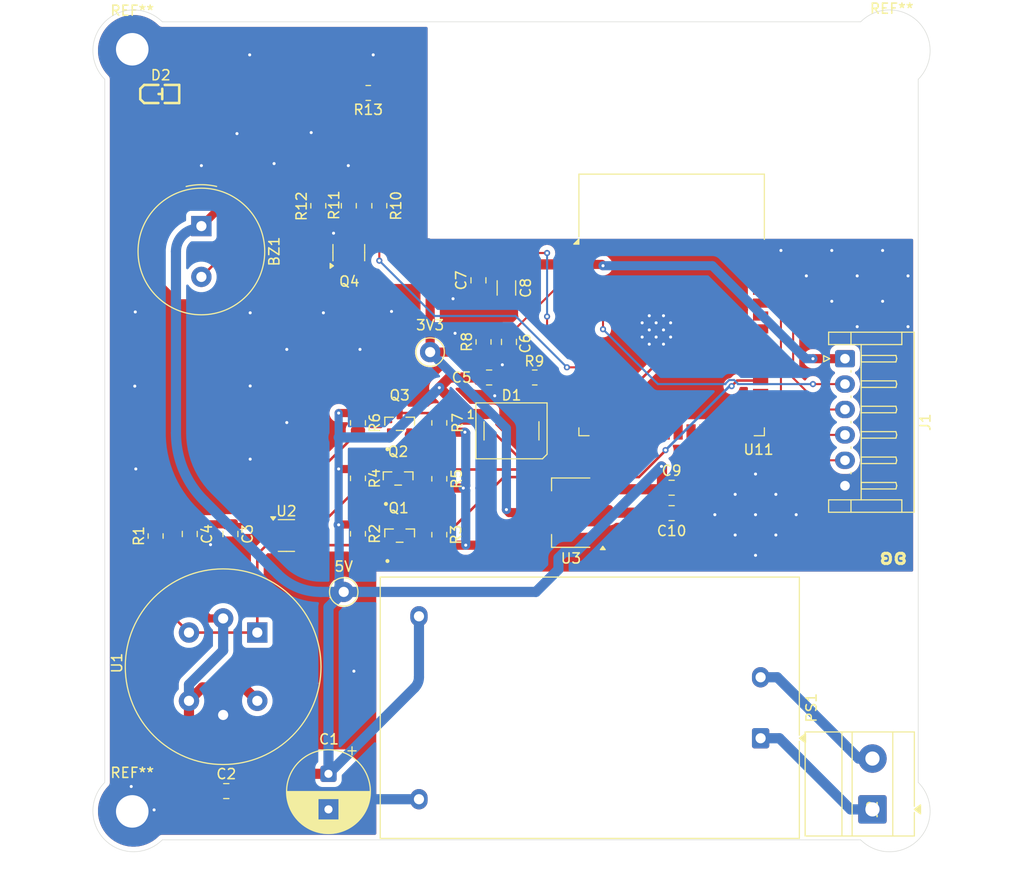
<source format=kicad_pcb>
(kicad_pcb (version 20241229) (generator "pcbnew") (generator_version "9.0")
  (layers (0 "F.Cu" signal) (2 "B.Cu" signal) (13 "F.Paste" user) (15 "B.Paste" user) (5 "F.SilkS" user "F.Silkscreen") (7 "B.SilkS" user "B.Silkscreen") (1 "F.Mask" user) (3 "B.Mask" user) (25 "Edge.Cuts" user))
  (net 0 "")
  (net 1 "+5V")
  (net 2 "GND")
  (net 3 "+3.3V")
  (net 4 "/CS_5")
  (net 5 "/SDATA_5")
  (net 6 "/CLK_5")
  (net 7 "Net-(BZ2--)")
  (net 8 "/ESP_RXD0")
  (net 9 "/ESP_IO0")
  (net 10 "/CLK_3")
  (net 11 "/ESP_TXD0")
  (net 12 "/ESP_EN")
  (net 13 "/CS_3")
  (net 14 "/SDATA_3")
  (net 15 "Net-(Q2-G)")
  (net 16 "/BUZZ_OUT")
  (net 17 "/Sensor_A_O")
  (net 18 "/L")
  (net 19 "/N")
  (net 20 "/STATUS_LED")
  (net 21 "/IO_16_on")
  (net 22 "Net-(D3_Red1-A)")
  (net 25 "Net-(D1-DIN)")
  (footprint "TestPoint:TestPoint_Keystone_5000-5004_Miniature" (layer "F.Cu") (at 134.5 108.6)
    (property "Reference" "5V")
    (property "Value" "5v")
  )
  (footprint "Package_TO_SOT_SMD:SOT-223-3_TabPin2" (layer "F.Cu") (at 156.85 100.8 180)
    (property "Reference" "U3")
    (property "Value" "AMS1117-3.3" (hide yes))
  )
  (footprint "Photon:CP_Radial_D8.0mm_P3.50mm" (layer "F.Cu") (at 133 126.5 -90)
    (property "Reference" "C1")
    (property "Value" "220uF")
  )
  (footprint "Photon:R_0805_2012Metric" (layer "F.Cu") (at 136.9125 59.5 180)
    (property "Reference" "R13")
    (property "Value" "330")
  )
  (footprint "Photon:R_0805_2012Metric_Pad1.20x1.40mm_HandSolder" (layer "F.Cu") (at 138 70.6 -90)
    (property "Reference" "R10")
    (property "Value" "100")
  )
  (footprint "Photon:C_0805_2012Metric" (layer "F.Cu") (at 123.3575 102.9 -90)
    (property "Reference" "C3")
    (property "Value" "10nF")
  )
  (footprint "Photon:C_0805_2012Metric" (layer "F.Cu") (at 166.75 100.85)
    (property "Reference" "C10")
    (property "Value" "10uF")
  )
  (footprint "Photon:C_1206_3216Metric_Pad1.33x1.80mm_HandSolder" (layer "F.Cu") (at 150.5 78.6875 -90)
    (property "Reference" "C8")
    (property "Value" "22uF")
  )
  (footprint "Sensor:MQ-6" (layer "F.Cu") (at 126 112.6 -90)
    (property "Reference" "U1")
    (property "Value" "MQ-5")
  )
  (footprint "Photon:Buzzer_TDK_PS1240P02BT_D12.2mm_H6.5mm" (layer "F.Cu") (at 120.5 72.6 -90)
    (property "Reference" "BZ1")
    (property "Value" "Buzzer")
  )
  (footprint "Photon:LED-SMD_L2.0-W1.25-RD-GREEN" (layer "F.Cu") (at 116.52 59.6)
    (property "Reference" "D2")
    (property "Value" "LED")
  )
  (footprint "Photon:R_0805_2012Metric" (layer "F.Cu") (at 143.9 91.9675 90)
    (property "Reference" "R7")
    (property "Value" "4.7k")
  )
  (footprint "Package_TO_SOT_SMD:SOT-23-6" (layer "F.Cu") (at 128.8625 103.05)
    (property "Reference" "U2")
    (property "Value" "CI121S021 [adc]" (hide yes))
  )
  (footprint "Photon:SOT95P240X111-3N" (layer "F.Cu") (at 140 103.06 90)
    (property "Reference" "Q1")
    (property "Value" "2N7002" (hide yes))
  )
  (footprint "Photon:R_0805_2012Metric" (layer "F.Cu") (at 132 70.6 -90)
    (property "Reference" "R12")
    (property "Value" "1k")
  )
  (footprint "Photon:R_0805_2012Metric" (layer "F.Cu") (at 116 103.1 90)
    (property "Reference" "R1")
    (property "Value" "20k")
  )
  (footprint "Photon:SOT95P240X111-3N" (layer "F.Cu") (at 140 92.06 90)
    (property "Reference" "Q3")
    (property "Value" "2N7002" (hide yes))
  )
  (footprint "Converter_ACDC:Converter_ACDC_Hi-Link_HLK-5Mxx" (layer "F.Cu") (at 175.5 123 180)
    (property "Reference" "PS1")
    (property "Value" "HLK-5M05")
  )
  (footprint "MountingHole:MountingHole_3.2mm_M3_ISO7380" (layer "F.Cu") (at 188.4 55)
    (property "Reference" "REF**")
    (property "Value" "MountingHole_3.2mm_M3_ISO7380")
  )
  (footprint "Connector_JST:JST_EH_S6B-EH_1x06_P2.50mm_Horizontal" (layer "F.Cu") (at 183.8 85.65 -90)
    (property "Reference" "J1")
    (property "Value" "Conn_01x06_Pin")
  )
  (footprint "Photon:R_0805_2012Metric" (layer "F.Cu") (at 143.9 102.9675 90)
    (property "Reference" "R3")
    (property "Value" "4.7k")
  )
  (footprint "TestPoint:TestPoint_Keystone_5000-5004_Miniature" (layer "F.Cu") (at 143 85)
    (property "Reference" "3V3")
    (property "Value" "3v3")
  )
  (footprint "Package_TO_SOT_SMD:SOT-23-3" (layer "F.Cu") (at 135 75.2125 90)
    (property "Reference" "Q4")
    (property "Value" "AO3400")
  )
  (footprint "Photon:R_0805_2012Metric" (layer "F.Cu") (at 143.9 97.4675 90)
    (property "Reference" "R5")
    (property "Value" "4.7k")
  )
  (footprint "MountingHole:MountingHole_3.2mm_M3_ISO7380" (layer "F.Cu") (at 113.7 55.2)
    (property "Reference" "REF**")
    (property "Value" "MountingHole_3.2mm_M3_ISO7380")
  )
  (footprint "Photon:R_0805_2012Metric" (layer "F.Cu") (at 135.9 97.42375 -90)
    (property "Reference" "R4")
    (property "Value" "4.7k")
  )
  (footprint "Photon:R_0805_2012Metric" (layer "F.Cu") (at 135 70.6 90)
    (property "Reference" "R11")
    (property "Value" "10k")
  )
  (footprint "Photon:C_0805_2012Metric" (layer "F.Cu") (at 148.8 87.5)
    (property "Reference" "C5")
    (property "Value" "0.1uF")
  )
  (footprint "Photon:R_0805_2012Metric" (layer "F.Cu") (at 148.25 84 90)
    (property "Reference" "R8")
    (property "Value" "10k")
  )
  (footprint "RF_Module:ESP32-WROOM-32D" (layer "F.Cu") (at 166.75 83.35)
    (property "Reference" "U11")
    (property "Value" "ESP32-WROOM-32E")
  )
  (footprint "Photon:R_0805_2012Metric" (layer "F.Cu") (at 153.2875 87.5 180)
    (property "Reference" "R9")
    (property "Value" "330")
  )
  (footprint "Photon:C_0805_2012Metric" (layer "F.Cu") (at 122.95 128.2)
    (property "Reference" "C2")
    (property "Value" "10uF")
  )
  (footprint "Photon:C_0805_2012Metric" (layer "F.Cu") (at 150.75 84 -90)
    (property "Reference" "C6")
    (property "Value" "1uF")
  )
  (footprint "Photon:C_0805_2012Metric" (layer "F.Cu") (at 119.3575 102.9 -90)
    (property "Reference" "C4")
    (property "Value" "1uF")
  )
  (footprint "Photon:SOT95P240X111-3N" (layer "F.Cu") (at 139.85 97.44 90)
    (property "Reference" "Q2")
    (property "Value" "2N7002" (hide yes))
  )
  (footprint "MountingHole:MountingHole_3.2mm_M3_ISO7380" (layer "F.Cu") (at 113.7 130.2)
    (property "Reference" "REF**")
    (property "Value" "MountingHole_3.2mm_M3_ISO7380")
  )
  (footprint "Photon:C_0805_2012Metric" (layer "F.Cu") (at 166.75 98.35)
    (property "Reference" "C9")
    (property "Value" "10uF")
  )
  (footprint "TerminalBlock_MetzConnect:TerminalBlock_MetzConnect_Type011_RT05502HBLC_1x02_P5.00mm_Horizontal" (layer "F.Cu") (at 186.5 130 90)
    (property "Reference" "J2")
    (property "Value" "Screw_Terminal_01x02")
  )
  (footprint "Photon:R_0805_2012Metric" (layer "F.Cu") (at 135.9 91.9675 -90)
    (property "Reference" "R6")
    (property "Value" "4.7k")
  )
  (footprint "LED_SMD:LED_WS2812B_PLCC4_5.0x5.0mm_P3.2mm" (layer "F.Cu") (at 151 92.75)
    (property "Reference" "D1")
    (property "Value" "WS2812B")
  )
  (footprint "Photon:C_0805_2012Metric" (layer "F.Cu") (at 147.75 77.9375 -90)
    (property "Reference" "C7")
    (property "Value" "0.1uF")
  )
  (footprint "Photon:R_0805_2012Metric" (layer "F.Cu") (at 135.9 102.88 -90)
    (property "Reference" "R2")
    (property "Value" "4.7k")
  )
  (gr_line (start 116.656854 133) (end 185.343146 133) (stroke (width 0.05)) (layer "Edge.Cuts"))
  (gr_line (start 116.656854 52.5) (end 185.343146 52.5) (stroke (width 0.05)) (layer "Edge.Cuts"))
  (gr_arc (start 111 58.156854) (mid 111 52.5) (end 116.656854 52.5) (stroke (width 0.05)) (layer "Edge.Cuts"))
  (gr_line (start 111 58.156854) (end 111 127.343146) (stroke (width 0.05)) (layer "Edge.Cuts"))
  (gr_arc (start 116.656854 133) (mid 111 133) (end 111 127.343146) (stroke (width 0.05)) (layer "Edge.Cuts"))
  (gr_arc (start 185.343146 52.5) (mid 191 52.5) (end 191 58.156854) (stroke (width 0.05)) (layer "Edge.Cuts"))
  (gr_line (start 191 58.156854) (end 191 127.343146) (stroke (width 0.05)) (layer "Edge.Cuts"))
  (gr_arc (start 191 127.343146) (mid 191 133) (end 185.343146 133) (stroke (width 0.05)) (layer "Edge.Cuts"))
  (gr_text "ʚɞ" (at 187 106 0) (layer "F.SilkS") (effects (font (size 1.5 1.5) (thickness 0.3) (bold yes)) (justify left bottom)))
  (segment (start 123.4125 69.6875) (end 120.5 72.6) (width 0.8) (layer "F.Cu") (net 1))
  (segment (start 126 131) (end 122.5 131) (width 1) (layer "F.Cu") (net 1))
  (segment (start 134.01125 96.51125) (end 134 96.5) (width 0.8) (layer "F.Cu") (net 1))
  (segment (start 121.05 128.2) (end 122 128.2) (width 1) (layer "F.Cu") (net 1))
  (segment (start 119.28 119.32) (end 119.28 126.43) (width 1) (layer "F.Cu") (net 1))
  (segment (start 144.9 87.5) (end 143.9 88.5) (width 1) (layer "F.Cu") (net 1))
  (segment (start 130.5 126.5) (end 126 131) (width 1) (layer "F.Cu") (net 1))
  (segment (start 147.85 87.5) (end 144.9 87.5) (width 1) (layer "F.Cu") (net 1))
  (segment (start 121.21 111.21) (end 122.64 111.21) (width 0.8) (layer "F.Cu") (net 1))
  (segment (start 120.6 118) (end 119.28 119.32) (width 1) (layer "F.Cu") (net 1))
  (segment (start 134.0325 101.9675) (end 134 102) (width 0.8) (layer "F.Cu") (net 1))
  (segment (start 132 69.6875) (end 123.4125 69.6875) (width 0.8) (layer "F.Cu") (net 1))
  (segment (start 117.5 107.5) (end 121.21 111.21) (width 0.8) (layer "F.Cu") (net 1))
  (segment (start 122 130.5) (end 122.05 130.55) (width 1) (layer "F.Cu") (net 1))
  (segment (start 135.9 101.9675) (end 134.0325 101.9675) (width 0.8) (layer "F.Cu") (net 1))
  (segment (start 118.05 101.95) (end 117.5 102.5) (width 0.8) (layer "F.Cu") (net 1))
  (segment (start 133 126.5) (end 130.5 126.5) (width 1) (layer "F.Cu") (net 1))
  (segment (start 122 128.2) (end 122 130.5) (width 1) (layer "F.Cu") (net 1))
  (segment (start 117.5 102.5) (end 117.5 107.5) (width 0.8) (layer "F.Cu") (net 1))
  (segment (start 134 91) (end 135.845 91) (width 0.8) (layer "F.Cu") (net 1))
  (segment (start 146.5 91.1) (end 143.9 88.5) (width 1) (layer "F.Cu") (net 1))
  (segment (start 160 98.5) (end 165.65 98.5) (width 1) (layer "F.Cu") (net 1))
  (segment (start 165.8 96.3) (end 165.75 96.25) (width 1) (layer "F.Cu") (net 1))
  (segment (start 123.5075 102.1) (end 123.3575 101.95) (width 0.2) (layer "F.Cu") (net 1))
  (segment (start 124.68 118) (end 120.6 118) (width 1) (layer "F.Cu") (net 1))
  (segment (start 165.65 98.5) (end 165.8 98.35) (width 1) (layer "F.Cu") (net 1))
  (segment (start 119.3575 101.95) (end 123.3575 101.95) (width 0.8) (layer "F.Cu") (net 1))
  (segment (start 126 119.32) (end 124.68 118) (width 1) (layer "F.Cu") (net 1))
  (segment (start 135.9 96.51125) (end 134.01125 96.51125) (width 0.8) (layer "F.Cu") (net 1))
  (segment (start 127.725 102.1) (end 123.5075 102.1) (width 0.6) (layer "F.Cu") (net 1))
  (segment (start 135.845 91) (end 135.9 91.055) (width 0.8) (layer "F.Cu") (net 1))
  (segment (start 119.28 126.43) (end 121.05 128.2) (width 1) (layer "F.Cu") (net 1))
  (segment (start 165.8 98.35) (end 165.8 96.3) (width 1) (layer "F.Cu") (net 1))
  (segment (start 122.5 131) (end 122.05 130.55) (width 1) (layer "F.Cu") (net 1))
  (segment (start 148.55 91.1) (end 146.5 91.1) (width 1) (layer "F.Cu") (net 1))
  (segment (start 119.3575 101.95) (end 118.05 101.95) (width 0.8) (layer "F.Cu") (net 1))
  (via (at 134 96.5) (size 0.6) (drill 0.3) (layers "F.Cu" "B.Cu") (net 1))
  (via (at 134 91) (size 0.6) (drill 0.3) (layers "F.Cu" "B.Cu") (net 1))
  (via (at 134 102) (size 0.6) (drill 0.3) (layers "F.Cu" "B.Cu") (net 1))
  (via (at 165.75 96.25) (size 0.6) (drill 0.3) (layers "F.Cu" "B.Cu") (net 1))
  (via (at 143.9 88.5) (size 0.6) (drill 0.3) (layers "F.Cu" "B.Cu") (net 1))
  (segment (start 133 110.1) (end 134.5 108.6) (width 1) (layer "B.Cu") (net 1))
  (segment (start 122.64 114.36) (end 119.28 117.72) (width 1) (layer "B.Cu") (net 1))
  (segment (start 165.75 96.25) (end 157.326 104.674) (width 1) (layer "B.Cu") (net 1))
  (segment (start 120.25 72.85) (end 120.5 72.6) (width 1) (layer "B.Cu") (net 1))
  (segment (start 133 126.5) (end 133 110.1) (width 1) (layer "B.Cu") (net 1))
  (segment (start 134 93.4) (end 134 91) (width 0.8) (layer "B.Cu") (net 1))
  (segment (start 153.4 108.6) (end 134.5 108.6) (width 1) (layer "B.Cu") (net 1))
  (segment (start 134.05 102.05) (end 134 102) (width 1) (layer "B.Cu") (net 1))
  (segment (start 134.5 108.6) (end 132.228989 108.6) (width 1) (layer "B.Cu") (net 1))
  (segment (start 141.9 111) (end 141.9 116.97868) (width 1) (layer "B.Cu") (net 1))
  (segment (start 155.619 105.260372) (end 155.619 106.381) (width 1) (layer "B.Cu") (net 1))
  (segment (start 122.64 111.21) (end 122.64 114.36) (width 1) (layer "B.Cu") (net 1))
  (segment (start 134.5 108.6) (end 134.05 108.15) (width 1) (layer "B.Cu") (net 1))
  (segment (start 155.619 106.381) (end 153.4 108.6) (width 1) (layer "B.Cu") (net 1))
  (segment (start 139 93.4) (end 134 93.4) (width 1) (layer "B.Cu") (net 1))
  (segment (start 134 102) (end 134 96.5) (width 0.8) (layer "B.Cu") (net 1))
  (segment (start 134 96.5) (end 134 93.4) (width 0.8) (layer "B.Cu") (net 1))
  (segment (start 118 92.947487) (end 118 75.1) (width 1) (layer "B.Cu") (net 1))
  (segment (start 141.46066 118.03934) (end 133 126.5) (width 1) (layer "B.Cu") (net 1))
  (segment (start 156.205372 104.674) (end 155.619 105.260372) (width 1) (layer "B.Cu") (net 1))
  (segment (start 143.9 88.5) (end 139 93.4) (width 1) (layer "B.Cu") (net 1))
  (segment (start 119.28 117.72) (end 119.28 119.32) (width 1) (layer "B.Cu") (net 1))
  (segment (start 134.05 108.15) (end 134.05 102.05) (width 0.9) (layer "B.Cu") (net 1))
  (segment (start 127.99709 106.84709) (end 120.759493 99.609493) (width 1) (layer "B.Cu") (net 1))
  (segment (start 157.326 104.674) (end 156.205372 104.674) (width 1) (layer "B.Cu") (net 1))
  (arc (start 118 92.947487) (mid 118.717169 96.552939) (end 120.759493 99.609493) (width 1) (layer "B.Cu") (net 1))
  (arc (start 127.99709 106.84709) (mid 129.938702 108.144434) (end 132.228989 108.6) (width 1) (layer "B.Cu") (net 1))
  (arc (start 141.9 116.97868) (mid 141.785819 117.552705) (end 141.46066 118.03934) (width 1) (layer "B.Cu") (net 1))
  (arc (start 118 75.1) (mid 118.65901 73.50901) (end 120.25 72.85) (width 1) (layer "B.Cu") (net 1))
  (segment (start 150.9 93.45) (end 151.85 94.4) (width 0.9) (layer "F.Cu") (net 2))
  (segment (start 150.7 87.5) (end 150.9 87.7) (width 0.9) (layer "F.Cu") (net 2))
  (segment (start 123.95 122.02) (end 123.9 122.07) (width 1) (layer "F.Cu") (net 2))
  (segment (start 150.9 87.7) (end 150.9 93.45) (width 0.9) (layer "F.Cu") (net 2))
  (segment (start 123.95 122.02) (end 122.64 120.71) (width 1) (layer "F.Cu") (net 2))
  (segment (start 151.85 94.4) (end 153.45 94.4) (width 0.9) (layer "F.Cu") (net 2))
  (segment (start 149.75 87.5) (end 150.7 87.5) (width 0.9) (layer "F.Cu") (net 2))
  (segment (start 123.9 122.07) (end 123.9 128.2) (width 1) (layer "F.Cu") (net 2))
  (via (at 113.6 130.05) (size 0.6) (drill 0.3) (layers "F.Cu" "B.Cu") (net 2))
  (via (at 177 99) (size 0.6) (drill 0.3) (layers "F.Cu" "B.Cu") (net 2))
  (via (at 113.6 127.75) (size 0.6) (drill 0.3) (layers "F.Cu" "B.Cu") (net 2))
  (via (at 133.5 73.3) (size 0.6) (drill 0.3) (layers "F.Cu" "B.Cu") (net 2))
  (via (at 113.95 55.75) (size 0.6) (drill 0.3) (layers "F.Cu" "B.Cu") (net 2))
  (via (at 173 99) (size 0.6) (drill 0.3) (layers "F.Cu" "B.Cu") (net 2))
  (via (at 131.3 63.4) (size 0.6) (drill 0.3) (layers "F.Cu" "B.Cu") (net 2))
  (via (at 114 81.05) (size 0.6) (drill 0.3) (layers "F.Cu" "B.Cu") (net 2))
  (via (at 125.3 95.535) (size 0.6) (drill 0.3) (layers "F.Cu" "B.Cu") (net 2))
  (via (at 125.3 88.335) (size 0.6) (drill 0.3) (layers "F.Cu" "B.Cu") (net 2))
  (via (at 185 77.5) (size 0.6) (drill 0.3) (layers "F.Cu" "B.Cu") (net 2))
  (via (at 145.25 79.75) (size 0.6) (drill 0.3) (layers "F.Cu" "B.Cu") (net 2))
  (via (at 134.95 66.65) (size 0.6) (drill 0.3) (layers "F.Cu" "B.Cu") (net 2))
  (via (at 179 101) (size 0.6) (drill 0.3) (layers "F.Cu" "B.Cu") (net 2))
  (via (at 145.45 83.15) (size 0.6) (drill 0.3) (layers "F.Cu" "B.Cu") (net 2))
  (via (at 125.3 81.135) (size 0.6) (drill 0.3) (layers "F.Cu" "B.Cu") (net 2))
  (via (at 137.4 55.75) (size 0.6) (drill 0.3) (layers "F.Cu" "B.Cu") (net 2))
  (via (at 182.5 75) (size 0.6) (drill 0.3) (layers "F.Cu" "B.Cu") (net 2))
  (via (at 135.5 116.4) (size 0.6) (drill 0.3) (layers "F.Cu" "B.Cu") (net 2))
  (via (at 127.65 66.45) (size 0.6) (drill 0.3) (layers "F.Cu" "B.Cu") (net 2))
  (via (at 180 77.5) (size 0.6) (drill 0.3) (layers "F.Cu" "B.Cu") (net 2))
  (via (at 190 82.5) (size 0.6) (drill 0.3) (layers "F.Cu" "B.Cu") (net 2))
  (via (at 171 101) (size 0.6) (drill 0.3) (layers "F.Cu" "B.Cu") (net 2))
  (via (at 121.4 103.95) (size 0.6) (drill 0.3) (layers "F.Cu" "B.Cu") (net 2))
  (via (at 132.5 81.135) (size 0.6) (drill 0.3) (layers "F.Cu" "B.Cu") (net 2))
  (via (at 177.5 75) (size 0.6) (drill 0.3) (layers "F.Cu" "B.Cu") (net 2))
  (via (at 120.5 66.65) (size 0.6) (drill 0.3) (layers "F.Cu" "B.Cu") (net 2))
  (via (at 177 103) (size 0.6) (drill 0.3) (layers "F.Cu" "B.Cu") (net 2))
  (via (at 136.1 84.735) (size 0.6) (drill 0.3) (layers "F.Cu" "B.Cu") (net 2))
  (via (at 114.05 96.5) (size 0.6) (drill 0.3) (layers "F.Cu" "B.Cu") (net 2))
  (via (at 128.9 84.735) (size 0.6) (drill 0.3) (layers "F.Cu" "B.Cu") (net 2))
  (via (at 185 82.5) (size 0.6) (drill 0.3) (layers "F.Cu" "B.Cu") (net 2))
  (via (at 175 101) (size 0.6) (drill 0.3) (layers "F.Cu" "B.Cu") (net 2))
  (via (at 187.5 75) (size 0.6) (drill 0.3) (layers "F.Cu" "B.Cu") (net 2))
  (via (at 113.95 88.35) (size 0.6) (drill 0.3) (layers "F.Cu" "B.Cu") (net 2))
  (via (at 182.5 80) (size 0.6) (drill 0.3) (layers "F.Cu" "B.Cu") (net 2))
  (via (at 139.2 81) (size 0.6) (drill 0.3) (layers "F.Cu" "B.Cu") (net 2))
  (via (at 175 105) (size 0.6) (drill 0.3) (layers "F.Cu" "B.Cu") (net 2))
  (via (at 187.5 80) (size 0.6) (drill 0.3) (layers "F.Cu" "B.Cu") (net 2))
  (via (at 125.25 55.75) (size 0.6) (drill 0.3) (layers "F.Cu" "B.Cu") (net 2))
  (via (at 124 63.5) (size 0.6) (drill 0.3) (layers "F.Cu" "B.Cu") (net 2))
  (via (at 149.35 89.3) (size 0.6) (drill 0.3) (layers "F.Cu" "B.Cu") (net 2))
  (via (at 190 77.5) (size 0.6) (drill 0.3) (layers "F.Cu" "B.Cu") (net 2))
  (via (at 173 103) (size 0.6) (drill 0.3) (layers "F.Cu" "B.Cu") (net 2))
  (via (at 175 97) (size 0.6) (drill 0.3) (layers "F.Cu" "B.Cu") (net 2))
  (via (at 128.9 91.935) (size 0.6) (drill 0.3) (layers "F.Cu" "B.Cu") (net 2))
  (via (at 115.85 130.05) (size 0.6) (drill 0.3) (layers "F.Cu" "B.Cu") (net 2))
  (via (at 150.1 86.25) (size 0.6) (drill 0.3) (layers "F.Cu" "B.Cu") (net 2))
  (segment (start 141.9 129) (end 134 129) (width 1) (layer "B.Cu") (net 2))
  (segment (start 134 129) (end 133 130) (width 1) (layer "B.Cu") (net 2))
  (segment (start 150.5 77.125) (end 151.255 76.37) (width 1) (layer "F.Cu") (net 3))
  (segment (start 146.26 98.38) (end 143.9 98.38) (width 0.9) (layer "F.Cu") (net 3))
  (segment (start 146.5 104) (end 144.02 104) (width 0.9) (layer "F.Cu") (net 3))
  (segment (start 140.92 98.38) (end 140.8 98.5) (width 0.9) (layer "F.Cu") (net 3))
  (segment (start 159.87 76.37) (end 158 76.37) (width 0.9) (layer "F.Cu") (net 3))
  (segment (start 147.75 76.9875) (end 149.8875 76.9875) (width 0.9) (layer "F.Cu") (net 3))
  (segment (start 143.5125 76.9875) (end 147.75 76.9875) (width 0.9) (layer "F.Cu") (net 3))
  (segment (start 148.1625 85) (end 148.25 84.9125) (width 0.9) (layer "F.Cu") (net 3))
  (segment (start 143.64 93.12) (end 140.95 93.12) (width 0.9) (layer "F.Cu") (net 3))
  (segment (start 159.101 101.699) (end 160 100.8) (width 0.9) (layer "F.Cu") (net 3))
  (segment (start 143 85) (end 143 77.5) (width 0.9) (layer "F.Cu") (net 3))
  (segment (start 150.8 100.8) (end 150.5 100.5) (width 0.9) (layer "F.Cu") (net 3))
  (segment (start 143 85) (end 148.1625 85) (width 0.9) (layer "F.Cu") (net 3))
  (segment (start 165.75 100.8) (end 165.8 100.85) (width 1) (layer "F.Cu") (net 3))
  (segment (start 143.88 92.88) (end 143.64 93.12) (width 0.9) (layer "F.Cu") (net 3))
  (segment (start 160 76.5) (end 159.87 76.37) (width 0.9) (layer "F.Cu") (net 3))
  (segment (start 153.7 100.8) (end 150.8 100.8) (width 0.9) (layer "F.Cu") (net 3))
  (segment (start 143.9 103.88) (end 141.19 103.88) (width 0.9) (layer "F.Cu") (net 3))
  (segment (start 144.02 104) (end 143.9 103.88) (width 0.9) (layer "F.Cu") (net 3))
  (segment (start 153.7 100.8) (end 150.5 104) (width 0.9) (layer "F.Cu") (net 3))
  (segment (start 146.5 104) (end 150.5 104) (width 0.9) (layer "F.Cu") (net 3))
  (segment (start 180.65 85.65) (end 183.8 85.65) (width 0.9) (layer "F.Cu") (net 3))
  (segment (start 141.19 103.88) (end 140.95 104.12) (width 0.9) (layer "F.Cu") (net 3))
  (segment (start 160 100.8) (end 165.75 100.8) (width 1) (layer "F.Cu") (net 3))
  (segment (start 154.599 101.699) (end 159.101 101.699) (width 0.9) (layer "F.Cu") (net 3))
  (segment (start 143 77.5) (end 143.5125 76.9875) (width 0.9) (layer "F.Cu") (net 3))
  (segment (start 151.255 76.37) (end 158 76.37) (width 1) (layer "F.Cu") (net 3))
  (segment (start 153.7 100.8) (end 154.599 101.699) (width 0.9) (layer "F.Cu") (net 3))
  (segment (start 143.9 98.38) (end 140.92 98.38) (width 0.9) (layer "F.Cu") (net 3))
  (segment (start 143.9 92.88) (end 143.88 92.88) (width 0.9) (layer "F.Cu") (net 3))
  (segment (start 146.42 92.88) (end 143.9 92.88) (width 0.9) (layer "F.Cu") (net 3))
  (via (at 146.5 104) (size 0.6) (drill 0.3) (layers "F.Cu" "B.Cu") (net 3))
  (via (at 150.5 100.5) (size 0.6) (drill 0.3) (layers "F.Cu" "B.Cu") (net 3))
  (via (at 146.42 92.88) (size 0.6) (drill 0.3) (layers "F.Cu" "B.Cu") (net 3))
  (via (at 180.65 85.65) (size 0.6) (drill 0.3) (layers "F.Cu" "B.Cu") (net 3))
  (via (at 160 76.5) (size 0.6) (drill 0.3) (layers "F.Cu" "B.Cu") (net 3))
  (via (at 146.26 98.38) (size 0.6) (drill 0.3) (layers "F.Cu" "B.Cu") (net 3))
  (segment (start 179.55 85.3) (end 170.75 76.5) (width 0.9) (layer "B.Cu") (net 3))
  (segment (start 179.6 85.3) (end 179.55 85.3) (width 0.9) (layer "B.Cu") (net 3))
  (segment (start 146.5 104) (end 146.5 98.62) (width 0.9) (layer "B.Cu") (net 3))
  (segment (start 170.75 76.5) (end 160 76.5) (width 0.9) (layer "B.Cu") (net 3))
  (segment (start 146.5 98.62) (end 146.26 98.38) (width 0.9) (layer "B.Cu") (net 3))
  (segment (start 179.95 85.65) (end 179.6 85.3) (width 0.9) (layer "B.Cu") (net 3))
  (segment (start 180.65 85.65) (end 179.95 85.65) (width 0.9) (layer "B.Cu") (net 3))
  (segment (start 146.5 92.96) (end 146.5 98.14) (width 0.9) (layer "B.Cu") (net 3))
  (segment (start 146.42 92.88) (end 146.5 92.96) (width 0.9) (layer "B.Cu") (net 3))
  (segment (start 150.5 92.5) (end 143 85) (width 0.9) (layer "B.Cu") (net 3))
  (segment (start 146.5 98.14) (end 146.26 98.38) (width 0.9) (layer "B.Cu") (net 3))
  (segment (start 150.5 100.5) (end 150.5 92.5) (width 0.9) (layer "B.Cu") (net 3))
  (segment (start 139.05 93.12) (end 136.14 93.12) (width 0.25) (layer "F.Cu") (net 4))
  (segment (start 130 98.78) (end 130 102.1) (width 0.25) (layer "F.Cu") (net 4))
  (segment (start 136.14 93.12) (end 135.9 92.88) (width 0.25) (layer "F.Cu") (net 4))
  (segment (start 135.9 92.88) (end 130 98.78) (width 0.25) (layer "F.Cu") (net 4))
  (segment (start 131.18625 103.05) (end 130 103.05) (width 0.25) (layer "F.Cu") (net 5))
  (segment (start 136.06375 98.5) (end 135.9 98.33625) (width 0.25) (layer "F.Cu") (net 5))
  (segment (start 138.9 98.5) (end 136.06375 98.5) (width 0.25) (layer "F.Cu") (net 5))
  (segment (start 135.9 98.33625) (end 131.18625 103.05) (width 0.25) (layer "F.Cu") (net 5))
  (segment (start 135.6925 104) (end 130 104) (width 0.25) (layer "F.Cu") (net 6))
  (segment (start 138.7225 103.7925) (end 139.05 104.12) (width 0.25) (layer "F.Cu") (net 6))
  (segment (start 135.9 103.7925) (end 135.6925 104) (width 0.25) (layer "F.Cu") (net 6))
  (segment (start 135.9 103.7925) (end 138.7225 103.7925) (width 0.25) (layer "F.Cu") (net 6))
  (segment (start 132 76.1) (end 132 71.5125) (width 0.25) (layer "F.Cu") (net 7))
  (segment (start 132.25 76.35) (end 132 76.1) (width 0.25) (layer "F.Cu") (net 7))
  (segment (start 126.5875 71.5125) (end 120.5 77.6) (width 0.25) (layer "F.Cu") (net 7))
  (segment (start 134.05 76.35) (end 132.25 76.35) (width 0.25) (layer "F.Cu") (net 7))
  (segment (start 132 71.5125) (end 126.5875 71.5125) (width 0.25) (layer "F.Cu") (net 7))
  (segment (start 177.5 81.55) (end 176.13 80.18) (width 0.2) (layer "F.Cu") (net 8))
  (segment (start 183.8 93.15) (end 181.85 93.15) (width 0.2) (layer "F.Cu") (net 8))
  (segment (start 181.85 93.15) (end 177.5 88.8) (width 0.2) (layer "F.Cu") (net 8))
  (segment (start 176.13 80.18) (end 175.5 80.18) (width 0.2) (layer "F.Cu") (net 8))
  (segment (start 177.5 88.8) (end 177.5 81.55) (width 0.2) (layer "F.Cu") (net 8))
  (segment (start 181.805127 95.65) (end 183.8 95.65) (width 0.2) (layer "F.Cu") (net 9))
  (segment (start 177.765127 91.61) (end 181.805127 95.65) (width 0.2) (layer "F.Cu") (net 9))
  (segment (start 175.66 91.45) (end 175.5 91.61) (width 0.2) (layer "F.Cu") (net 9))
  (segment (start 175.5 91.61) (end 177.765127 91.61) (width 0.2) (layer "F.Cu") (net 9))
  (segment (start 163.53186 97.3) (end 166.15 94.68186) (width 0.25) (layer "F.Cu") (net 10))
  (segment (start 172.65 88.35) (end 173.2 87.8) (width 0.25) (layer "F.Cu") (net 10))
  (segment (start 173.2 87.8) (end 175.5 87.8) (width 0.25) (layer "F.Cu") (net 10))
  (segment (start 145.495 102.055) (end 150.25 97.3) (width 0.25) (layer "F.Cu") (net 10))
  (segment (start 140.555 102.055) (end 143.9 102.055) (width 0.25) (layer "F.Cu") (net 10))
  (segment (start 143.9 102.055) (end 145.495 102.055) (width 0.25) (layer "F.Cu") (net 10))
  (segment (start 140.5 102) (end 140.555 102.055) (width 0.25) (layer "F.Cu") (net 10))
  (segment (start 150.25 97.3) (end 163.53186 97.3) (width 0.25) (layer "F.Cu") (net 10))
  (segment (start 166.15 94.68186) (end 166.15 94.65) (width 0.25) (layer "F.Cu") (net 10))
  (segment (start 140 102) (end 140.5 102) (width 0.25) (layer "F.Cu") (net 10))
  (via (at 166.15 94.65) (size 0.6) (drill 0.3) (layers "F.Cu" "B.Cu") (net 10))
  (via (at 172.65 88.35) (size 0.6) (drill 0.3) (layers "F.Cu" "B.Cu") (net 10))
  (segment (start 166.15 94.65) (end 172.45 88.35) (width 0.25) (layer "B.Cu") (net 10))
  (segment (start 172.45 88.35) (end 172.65 88.35) (width 0.25) (layer "B.Cu") (net 10))
  (segment (start 176.21 78.91) (end 175.5 78.91) (width 0.2) (layer "F.Cu") (net 11))
  (segment (start 178.7 87.55) (end 178.7 81.4) (width 0.2) (layer "F.Cu") (net 11))
  (segment (start 183.8 90.65) (end 181.8 90.65) (width 0.2) (layer "F.Cu") (net 11))
  (segment (start 181.8 90.65) (end 178.7 87.55) (width 0.2) (layer "F.Cu") (net 11))
  (segment (start 178.7 81.4) (end 176.21 78.91) (width 0.2) (layer "F.Cu") (net 11))
  (segment (start 156.4475 77.64) (end 158 77.64) (width 0.2) (layer "F.Cu") (net 12))
  (segment (start 151 83.0875) (end 156.4475 77.64) (width 0.2) (layer "F.Cu") (net 12))
  (segment (start 159.14 77.64) (end 158 77.64) (width 0.2) (layer "F.Cu") (net 12))
  (segment (start 160 82.75) (end 160 78.5) (width 0.2) (layer "F.Cu") (net 12))
  (segment (start 148.25 83.0875) (end 151 83.0875) (width 0.2) (layer "F.Cu") (net 12))
  (segment (start 160 78.5) (end 159.14 77.64) (width 0.2) (layer "F.Cu") (net 12))
  (segment (start 180.65 88.15) (end 183.8 88.15) (width 0.2) (layer "F.Cu") (net 12))
  (via (at 180.65 88.15) (size 0.6) (drill 0.3) (layers "F.Cu" "B.Cu") (net 12))
  (via (at 160 82.75) (size 0.6) (drill 0.3) (layers "F.Cu" "B.Cu") (net 12))
  (segment (start 165.4 88.15) (end 160 82.75) (width 0.2) (layer "B.Cu") (net 12))
  (segment (start 173.251 88.101057) (end 172.898943 87.749) (width 0.2) (layer "B.Cu") (net 12))
  (segment (start 180.65 88.15) (end 173.251 88.15) (width 0.2) (layer "B.Cu") (net 12))
  (segment (start 172.049 88.101057) (end 172.049 88.148546) (width 0.2) (layer "B.Cu") (net 12))
  (segment (start 172.047546 88.15) (end 165.4 88.15) (width 0.2) (layer "B.Cu") (net 12))
  (segment (start 172.898943 87.749) (end 172.401057 87.749) (width 0.2) (layer "B.Cu") (net 12))
  (segment (start 172.049 88.148546) (end 172.047546 88.15) (width 0.2) (layer "B.Cu") (net 12))
  (segment (start 172.401057 87.749) (end 172.049 88.101057) (width 0.2) (layer "B.Cu") (net 12))
  (segment (start 173.251 88.15) (end 173.251 88.101057) (width 0.2) (layer "B.Cu") (net 12))
  (segment (start 143.845 91) (end 143.9 91.055) (width 0.25) (layer "F.Cu") (net 13))
  (segment (start 140 91) (end 143.845 91) (width 0.25) (layer "F.Cu") (net 13))
  (segment (start 151.60257 95.25) (end 154.36 95.25) (width 0.25) (layer "F.Cu") (net 13))
  (segment (start 148.37657 92.024) (end 151.60257 95.25) (width 0.25) (layer "F.Cu") (net 13))
  (segment (start 143.9 91.055) (end 144.869 92.024) (width 0.25) (layer "F.Cu") (net 13))
  (segment (start 154.36 95.25) (end 158 91.61) (width 0.25) (layer "F.Cu") (net 13))
  (segment (start 144.869 92.024) (end 148.37657 92.024) (width 0.25) (layer "F.Cu") (net 13))
  (segment (start 166.15019 85.26) (end 175.5 85.26) (width 0.25) (layer "F.Cu") (net 14))
  (segment (start 143.9 96.555) (end 154.85519 96.555) (width 0.25) (layer "F.Cu") (net 14))
  (segment (start 139.85 96.38) (end 143.725 96.38) (width 0.25) (layer "F.Cu") (net 14))
  (segment (start 154.85519 96.555) (end 166.15019 85.26) (width 0.25) (layer "F.Cu") (net 14))
  (segment (start 143.725 96.38) (end 143.9 96.555) (width 0.25) (layer "F.Cu") (net 14))
  (segment (start 135.95 71.65) (end 135.95 72.65) (width 0.25) (layer "F.Cu") (net 15))
  (segment (start 135 71.5125) (end 135.95 72.4625) (width 0.25) (layer "F.Cu") (net 15))
  (segment (start 138 69.6) (end 135.95 71.65) (width 0.25) (layer "F.Cu") (net 15))
  (segment (start 135.95 72.4625) (end 135.95 72.65) (width 0.25) (layer "F.Cu") (net 15))
  (segment (start 135.95 72.65) (end 135.95 76.35) (width 0.25) (layer "F.Cu") (net 15))
  (segment (start 138 71.6) (end 138 76) (width 0.2) (layer "F.Cu") (net 16))
  (segment (start 156.45 86.5) (end 157.97 86.5) (width 0.2) (layer "F.Cu") (net 16))
  (segment (start 157.97 86.5) (end 158 86.53) (width 0.2) (layer "F.Cu") (net 16))
  (via (at 138 76) (size 0.6) (drill 0.3) (layers "F.Cu" "B.Cu") (net 16))
  (via (at 156.45 86.5) (size 0.6) (drill 0.3) (layers "F.Cu" "B.Cu") (net 16))
  (segment (start 138 76) (end 143.45 81.45) (width 0.2) (layer "B.Cu") (net 16))
  (segment (start 151.4 81.45) (end 156.45 86.5) (width 0.2) (layer "B.Cu") (net 16))
  (segment (start 143.45 81.45) (end 151.4 81.45) (width 0.2) (layer "B.Cu") (net 16))
  (segment (start 126 104.9) (end 126 112.6) (width 0.25) (layer "F.Cu") (net 17))
  (segment (start 126.9 104) (end 126 104.9) (width 0.25) (layer "F.Cu") (net 17))
  (segment (start 127.725 104) (end 126.9 104) (width 0.25) (layer "F.Cu") (net 17))
  (segment (start 116 109.32) (end 119.28 112.6) (width 0.25) (layer "F.Cu") (net 17))
  (segment (start 119.28 112.6) (end 126 112.6) (width 0.25) (layer "F.Cu") (net 17))
  (segment (start 116 104.0125) (end 116 109.32) (width 0.25) (layer "F.Cu") (net 17))
  (segment (start 184.35 130) (end 186.5 130) (width 1) (layer "B.Cu") (net 18))
  (segment (start 177.35 123) (end 184.35 130) (width 1) (layer "B.Cu") (net 18))
  (segment (start 175.5 123) (end 177.35 123) (width 1) (layer "B.Cu") (net 18))
  (segment (start 177.143247 117) (end 175.5 117) (width 1) (layer "B.Cu") (net 19))
  (segment (start 185.143247 125) (end 177.143247 117) (width 1) (layer "B.Cu") (net 19))
  (segment (start 186.5 125) (end 185.143247 125) (width 1) (layer "B.Cu") (net 19))
  (segment (start 154.2 87.5) (end 155.77 89.07) (width 0.2) (layer "F.Cu") (net 20))
  (segment (start 155.77 89.07) (end 158 89.07) (width 0.2) (layer "F.Cu") (net 20))
  (segment (start 158 85.26) (end 157.05 85.26) (width 0.2) (layer "F.Cu") (net 21))
  (segment (start 154.5 75.25) (end 140.6 75.25) (width 0.2) (layer "F.Cu") (net 21))
  (segment (start 137.825 61.325) (end 137.825 59.5) (width 0.2) (layer "F.Cu") (net 21))
  (segment (start 139.5 63) (end 137.825 61.325) (width 0.2) (layer "F.Cu") (net 21))
  (segment (start 140.6 75.25) (end 139.5 74.15) (width 0.2) (layer "F.Cu") (net 21))
  (segment (start 154.5 82.71) (end 154.5 81.5) (width 0.2) (layer "F.Cu") (net 21))
  (segment (start 139.5 74.15) (end 139.5 63) (width 0.2) (layer "F.Cu") (net 21))
  (segment (start 157.05 85.26) (end 154.5 82.71) (width 0.2) (layer "F.Cu") (net 21))
  (via (at 154.5 81.5) (size 0.6) (drill 0.3) (layers "F.Cu" "B.Cu") (net 21))
  (via (at 154.5 75.25) (size 0.6) (drill 0.3) (layers "F.Cu" "B.Cu") (net 21))
  (segment (start 154.5 81.5) (end 154.5 75.25) (width 0.2) (layer "B.Cu") (net 21))
  (segment (start 117.64 59.5) (end 117.54 59.6) (width 0.2) (layer "F.Cu") (net 22))
  (segment (start 136 59.5) (end 117.64 59.5) (width 0.2) (layer "F.Cu") (net 22))
  (segment (start 152.375 90.025) (end 152.375 87.5) (width 0.2) (layer "F.Cu") (net 25))
  (segment (start 153.45 91.1) (end 152.375 90.025) (width 0.2) (layer "F.Cu") (net 25))
  (zone (net 0) (net_name "") (layer "F.Cu") (connect_pads yes (clearance 0)) (min_thickness 0.25)
    (keepout (tracks allowed) (vias allowed) (pads allowed) (copperpour not_allowed) (footprints allowed))
    (fill (thermal_gap 0.5) (thermal_bridge_width 0.5))
    (polygon (pts (xy 127.631996 117.572294) (xy 127.631996 119.472294) (xy 117.381996 119.512968) (xy 117.381996 117.612968)))
  )
  (zone (net 0) (net_name "") (layer "F.Cu") (connect_pads yes (clearance 0)) (min_thickness 0.25)
    (keepout (tracks allowed) (vias allowed) (pads allowed) (copperpour not_allowed) (footprints allowed))
    (fill (thermal_gap 0.5) (thermal_bridge_width 0.5))
    (polygon (pts (xy 152.15 93.755103) (xy 152.2 91.8) (xy 154.8 92.05) (xy 154.845836 93.700086)))
  )
  (zone (net 0) (net_name "") (layer "F.Cu") (connect_pads yes (clearance 0)) (min_thickness 0.25)
    (keepout (tracks allowed) (vias allowed) (pads allowed) (copperpour not_allowed) (footprints allowed))
    (fill (thermal_gap 0.5) (thermal_bridge_width 0.5))
    (polygon (pts (xy 134.05 70.8) (xy 134.05 70.25) (xy 136.45 70.25) (xy 135.9 70.8)))
  )
  (zone (net 0) (net_name "") (layer "F.Cu") (connect_pads yes (clearance 0)) (min_thickness 0.25)
    (keepout (tracks allowed) (vias allowed) (pads allowed) (copperpour not_allowed) (footprints allowed))
    (fill (thermal_gap 0.5) (thermal_bridge_width 0.5))
    (polygon (pts (xy 144.45 86.9) (xy 144.45 85.55) (xy 148.7 85.55) (xy 148.7 86.9)))
  )
  (zone (net 0) (net_name "") (layer "F.Cu") (connect_pads yes (clearance 0)) (min_thickness 0.25)
    (keepout (tracks allowed) (vias allowed) (pads allowed) (copperpour not_allowed) (footprints allowed))
    (fill (thermal_gap 0.5) (thermal_bridge_width 0.5))
    (polygon (pts (xy 116.1 122.9) (xy 120.8 126.8) (xy 120.800505 117.56924) (xy 113.185518 117.55)))
  )
  (zone (net 0) (net_name "") (layer "F.Cu") (connect_pads yes (clearance 0)) (min_thickness 0.25)
    (keepout (tracks allowed) (vias allowed) (pads allowed) (copperpour not_allowed) (footprints allowed))
    (fill (thermal_gap 0.5) (thermal_bridge_width 0.5))
    (polygon (pts (xy 129.213492 104.75) (xy 128.513492 104.75) (xy 128.5 101.35) (xy 129.2 101.35)))
  )
  (zone (net 0) (net_name "") (layer "F.Cu") (connect_pads yes (clearance 0)) (min_thickness 0.25)
    (keepout (tracks allowed) (vias allowed) (pads allowed) (copperpour not_allowed) (footprints allowed))
    (fill (thermal_gap 0.5) (thermal_bridge_width 0.5))
    (polygon (pts (xy 128.85 128.2) (xy 137.25 128.2) (xy 137.25 126.65) (xy 134.7 124.1) (xy 131.3 124.1) (xy 128.8 126.6) (xy 128.8 128.15) (xy 128.802651 128.152651) (xy 128.847349 128.152651) (xy 128.847349 128.197349)))
  )
  (zone (net 0) (net_name "") (layer "F.Cu") (connect_pads yes (clearance 0)) (min_thickness 0.25)
    (keepout (tracks allowed) (vias allowed) (pads allowed) (copperpour not_allowed) (footprints allowed))
    (fill (thermal_gap 0.5) (thermal_bridge_width 0.5))
    (polygon (pts (xy 151.75 84.15) (xy 156.85 84.15) (xy 156.85 89.95) (xy 151.75 89.95)))
  )
  (zone (net 0) (net_name "") (layer "F.Cu") (connect_pads yes (clearance 0)) (min_thickness 0.25)
    (keepout (tracks allowed) (vias allowed) (pads allowed) (copperpour not_allowed) (footprints allowed))
    (fill (thermal_gap 0.5) (thermal_bridge_width 0.5))
    (polygon (pts (xy 149.26017 84.15) (xy 152.15 81.4) (xy 156 81.4) (xy 156 84.15)))
  )
  (zone (net 0) (net_name "") (layer "F.Cu") (connect_pads yes (clearance 0)) (min_thickness 0.25)
    (keepout (tracks allowed) (vias allowed) (pads allowed) (copperpour not_allowed) (footprints allowed))
    (fill (thermal_gap 0.5) (thermal_bridge_width 0.5))
    (polygon (pts (xy 122.75 70.3) (xy 124.9 72.45) (xy 124.9 77.75) (xy 122.85 79.8) (xy 118.35 79.8) (xy 115.9 77.35) (xy 115.9 72.25) (xy 117.85 70.3)))
  )
  (zone (net 0) (net_name "") (layer "F.Cu") (connect_pads yes (clearance 0)) (min_thickness 0.25)
    (keepout (tracks allowed) (vias allowed) (pads allowed) (copperpour not_allowed) (footprints allowed))
    (fill (thermal_gap 0.5) (thermal_bridge_width 0.5))
    (polygon (pts (xy 124.381996 102.439158) (xy 124.381996 103.139158) (xy 118.381996 103.162968) (xy 118.381996 102.462968)))
  )
  (zone (net 0) (net_name "") (layer "F.Cu") (connect_pads yes (clearance 0)) (min_thickness 0.25)
    (keepout (tracks allowed) (vias allowed) (pads allowed) (copperpour not_allowed) (footprints allowed))
    (fill (thermal_gap 0.5) (thermal_bridge_width 0.5))
    (polygon (pts (xy 141.75 104.45) (xy 141.75 105.25) (xy 138.25 105.25) (xy 138.25 104.45)))
  )
  (zone (net 0) (net_name "") (layer "F.Cu") (connect_pads yes (clearance 0)) (min_thickness 0.25)
    (keepout (tracks allowed) (vias allowed) (pads allowed) (copperpour not_allowed) (footprints allowed))
    (fill (thermal_gap 0.5) (thermal_bridge_width 0.5))
    (polygon (pts (xy 159.2 92.05) (xy 159.2 90.25) (xy 162.65 89.5) (xy 162.65 92.05)))
  )
  (zone (net 0) (net_name "") (layer "F.Cu") (connect_pads yes (clearance 0)) (min_thickness 0.25)
    (keepout (tracks allowed) (vias allowed) (pads allowed) (copperpour not_allowed) (footprints allowed))
    (fill (thermal_gap 0.5) (thermal_bridge_width 0.5))
    (polygon (pts (xy 155.239938 102.90696) (xy 155.125172 97.28345) (xy 158.593253 92.307508) (xy 158.65 102.758696)))
  )
  (zone (net 0) (net_name "") (layer "F.Cu") (connect_pads yes (clearance 0)) (min_thickness 0.25)
    (keepout (tracks allowed) (vias allowed) (pads allowed) (copperpour not_allowed) (footprints allowed))
    (fill (thermal_gap 0.5) (thermal_bridge_width 0.5))
    (polygon (pts (xy 151.65 77.2) (xy 156.05 77.2) (xy 156.05 81.4) (xy 151.65 81.4)))
  )
  (zone (net 0) (net_name "") (layer "F.Cu") (connect_pads yes (clearance 0)) (min_thickness 0.25)
    (keepout (tracks allowed) (vias allowed) (pads allowed) (copperpour not_allowed) (footprints allowed))
    (fill (thermal_gap 0.5) (thermal_bridge_width 0.5))
    (polygon (pts (xy 143.1 75.05) (xy 132.55 75.05) (xy 132.55 77.7) (xy 133.15 78.3) (xy 142 78.3) (xy 143.05 77.25) (xy 143.05 76) (xy 143 75.95) (xy 143 75.35) (xy 143.2 75.15)))
  )
  (zone (net 0) (net_name "") (layer "F.Cu") (connect_pads yes (clearance 0)) (min_thickness 0.25)
    (keepout (tracks allowed) (vias allowed) (pads allowed) (copperpour not_allowed) (footprints allowed))
    (fill (thermal_gap 0.5) (thermal_bridge_width 0.5))
    (polygon (pts (xy 132.025521 117.581996) (xy 113.400524 117.581996) (xy 118.75 107.25) (xy 126.55 107.3)))
  )
  (zone (net 0) (net_name "") (layer "F.Cu") (connect_pads yes (clearance 0)) (min_thickness 0.25)
    (keepout (tracks allowed) (vias allowed) (pads allowed) (copperpour not_allowed) (footprints allowed))
    (fill (thermal_gap 0.5) (thermal_bridge_width 0.5))
    (polygon (pts (xy 129.111039 122.931996) (xy 124.382628 125.50925) (xy 124.330603 117.601438) (xy 132.025521 117.581996)))
  )
  (zone (net 2) (net_name "GND") (layers "F.Cu" "B.Cu") (connect_pads yes (clearance 0.5)) (min_thickness 0.25) (fill yes (thermal_gap 0.5) (thermal_bridge_width 0.5))
    (polygon (pts (xy 191 106.6) (xy 137.7 106.6) (xy 137.7 132.7) (xy 137.75 132.75) (xy 137.75 132.85) (xy 137.6 133) (xy 109 135) (xy 109 132.65) (xy 108 51) (xy 142.15 52.4) (xy 143 53.25) (xy 143 73.85) (xy 191 73.85) (xy 191 106.1)))
  )
)
</source>
